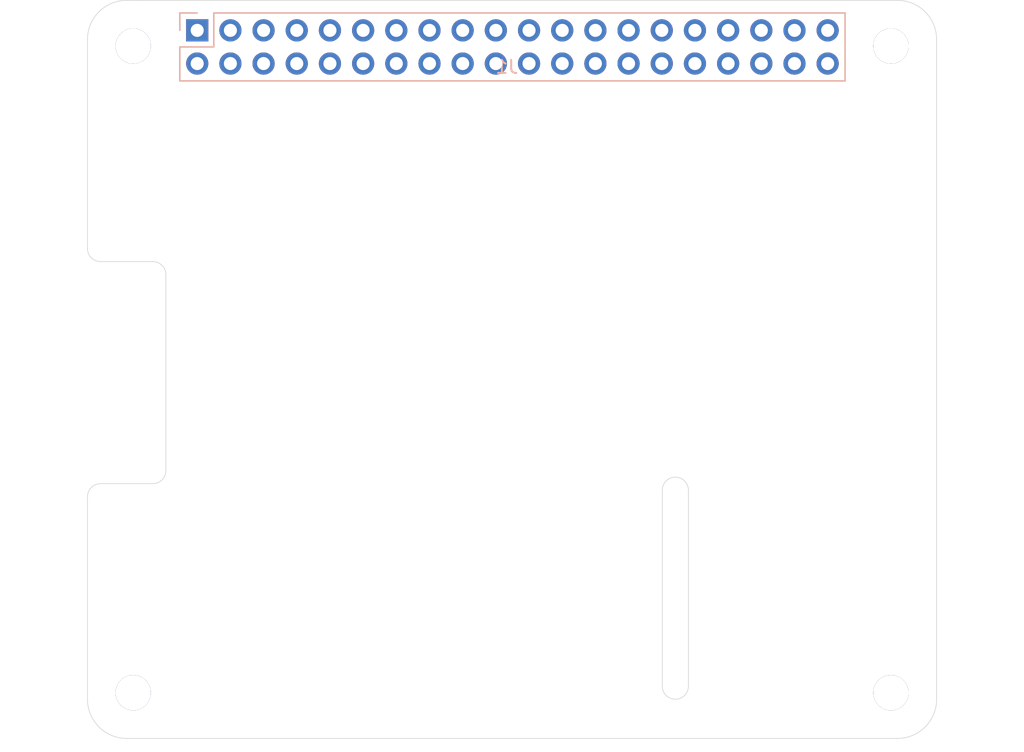
<source format=kicad_pcb>
(kicad_pcb (version 20171130) (host pcbnew 5.1.4+dfsg1-1)

  (general
    (thickness 1.6)
    (drawings 22)
    (tracks 0)
    (zones 0)
    (modules 5)
    (nets 41)
  )

  (page A4)
  (layers
    (0 F.Cu signal)
    (31 B.Cu signal)
    (32 B.Adhes user)
    (33 F.Adhes user)
    (34 B.Paste user)
    (35 F.Paste user)
    (36 B.SilkS user)
    (37 F.SilkS user)
    (38 B.Mask user)
    (39 F.Mask user)
    (40 Dwgs.User user)
    (41 Cmts.User user)
    (42 Eco1.User user)
    (43 Eco2.User user)
    (44 Edge.Cuts user)
    (45 Margin user)
    (46 B.CrtYd user)
    (47 F.CrtYd user)
    (48 B.Fab user)
    (49 F.Fab user)
  )

  (setup
    (last_trace_width 0.25)
    (trace_clearance 0.2)
    (zone_clearance 0.508)
    (zone_45_only no)
    (trace_min 0.2)
    (via_size 0.8)
    (via_drill 0.4)
    (via_min_size 0.4)
    (via_min_drill 0.3)
    (uvia_size 0.3)
    (uvia_drill 0.1)
    (uvias_allowed no)
    (uvia_min_size 0.2)
    (uvia_min_drill 0.1)
    (edge_width 0.05)
    (segment_width 0.2)
    (pcb_text_width 0.3)
    (pcb_text_size 1.5 1.5)
    (mod_edge_width 0.12)
    (mod_text_size 1 1)
    (mod_text_width 0.15)
    (pad_size 1.524 1.524)
    (pad_drill 0.762)
    (pad_to_mask_clearance 0.051)
    (solder_mask_min_width 0.25)
    (aux_axis_origin 0 0)
    (visible_elements FFFFFF7F)
    (pcbplotparams
      (layerselection 0x010fc_ffffffff)
      (usegerberextensions false)
      (usegerberattributes false)
      (usegerberadvancedattributes false)
      (creategerberjobfile false)
      (excludeedgelayer true)
      (linewidth 0.100000)
      (plotframeref false)
      (viasonmask false)
      (mode 1)
      (useauxorigin false)
      (hpglpennumber 1)
      (hpglpenspeed 20)
      (hpglpendiameter 15.000000)
      (psnegative false)
      (psa4output false)
      (plotreference true)
      (plotvalue true)
      (plotinvisibletext false)
      (padsonsilk false)
      (subtractmaskfromsilk false)
      (outputformat 1)
      (mirror false)
      (drillshape 1)
      (scaleselection 1)
      (outputdirectory ""))
  )

  (net 0 "")
  (net 1 "Net-(J1-Pad1)")
  (net 2 "Net-(J1-Pad2)")
  (net 3 "Net-(J1-Pad3)")
  (net 4 "Net-(J1-Pad4)")
  (net 5 "Net-(J1-Pad5)")
  (net 6 "Net-(J1-Pad6)")
  (net 7 "Net-(J1-Pad7)")
  (net 8 "Net-(J1-Pad8)")
  (net 9 "Net-(J1-Pad9)")
  (net 10 "Net-(J1-Pad10)")
  (net 11 "Net-(J1-Pad11)")
  (net 12 "Net-(J1-Pad12)")
  (net 13 "Net-(J1-Pad13)")
  (net 14 "Net-(J1-Pad14)")
  (net 15 "Net-(J1-Pad15)")
  (net 16 "Net-(J1-Pad16)")
  (net 17 "Net-(J1-Pad17)")
  (net 18 "Net-(J1-Pad18)")
  (net 19 "Net-(J1-Pad19)")
  (net 20 "Net-(J1-Pad20)")
  (net 21 "Net-(J1-Pad21)")
  (net 22 "Net-(J1-Pad22)")
  (net 23 "Net-(J1-Pad23)")
  (net 24 "Net-(J1-Pad24)")
  (net 25 "Net-(J1-Pad25)")
  (net 26 "Net-(J1-Pad26)")
  (net 27 "Net-(J1-Pad27)")
  (net 28 "Net-(J1-Pad28)")
  (net 29 "Net-(J1-Pad29)")
  (net 30 "Net-(J1-Pad30)")
  (net 31 "Net-(J1-Pad31)")
  (net 32 "Net-(J1-Pad32)")
  (net 33 "Net-(J1-Pad33)")
  (net 34 "Net-(J1-Pad34)")
  (net 35 "Net-(J1-Pad35)")
  (net 36 "Net-(J1-Pad36)")
  (net 37 "Net-(J1-Pad37)")
  (net 38 "Net-(J1-Pad38)")
  (net 39 "Net-(J1-Pad39)")
  (net 40 "Net-(J1-Pad40)")

  (net_class Default "This is the default net class."
    (clearance 0.2)
    (trace_width 0.25)
    (via_dia 0.8)
    (via_drill 0.4)
    (uvia_dia 0.3)
    (uvia_drill 0.1)
    (add_net "Net-(J1-Pad1)")
    (add_net "Net-(J1-Pad10)")
    (add_net "Net-(J1-Pad11)")
    (add_net "Net-(J1-Pad12)")
    (add_net "Net-(J1-Pad13)")
    (add_net "Net-(J1-Pad14)")
    (add_net "Net-(J1-Pad15)")
    (add_net "Net-(J1-Pad16)")
    (add_net "Net-(J1-Pad17)")
    (add_net "Net-(J1-Pad18)")
    (add_net "Net-(J1-Pad19)")
    (add_net "Net-(J1-Pad2)")
    (add_net "Net-(J1-Pad20)")
    (add_net "Net-(J1-Pad21)")
    (add_net "Net-(J1-Pad22)")
    (add_net "Net-(J1-Pad23)")
    (add_net "Net-(J1-Pad24)")
    (add_net "Net-(J1-Pad25)")
    (add_net "Net-(J1-Pad26)")
    (add_net "Net-(J1-Pad27)")
    (add_net "Net-(J1-Pad28)")
    (add_net "Net-(J1-Pad29)")
    (add_net "Net-(J1-Pad3)")
    (add_net "Net-(J1-Pad30)")
    (add_net "Net-(J1-Pad31)")
    (add_net "Net-(J1-Pad32)")
    (add_net "Net-(J1-Pad33)")
    (add_net "Net-(J1-Pad34)")
    (add_net "Net-(J1-Pad35)")
    (add_net "Net-(J1-Pad36)")
    (add_net "Net-(J1-Pad37)")
    (add_net "Net-(J1-Pad38)")
    (add_net "Net-(J1-Pad39)")
    (add_net "Net-(J1-Pad4)")
    (add_net "Net-(J1-Pad40)")
    (add_net "Net-(J1-Pad5)")
    (add_net "Net-(J1-Pad6)")
    (add_net "Net-(J1-Pad7)")
    (add_net "Net-(J1-Pad8)")
    (add_net "Net-(J1-Pad9)")
  )

  (module pihat:ESQ-120-14-T-D (layer B.Cu) (tedit 59FED5CC) (tstamp 5DA4BBAF)
    (at 85.4 57.8 270)
    (descr "Through hole straight pin header, 2x20, 2.54mm pitch, double rows")
    (tags "Through hole pin header THT 2x20 2.54mm double row")
    (path /5DA44012)
    (fp_text reference J1 (at 2.8 -23.7) (layer B.SilkS)
      (effects (font (size 1 1) (thickness 0.15)) (justify mirror))
    )
    (fp_text value Raspberry_Pi_2_3 (at 5.8 -24.2 180) (layer B.Fab)
      (effects (font (size 1 1) (thickness 0.15)) (justify mirror))
    )
    (fp_text user %R (at 0 0) (layer B.Fab)
      (effects (font (size 1 1) (thickness 0.15)) (justify mirror))
    )
    (fp_line (start 4.35 1.8) (end -1.8 1.8) (layer B.CrtYd) (width 0.05))
    (fp_line (start 4.35 -50.05) (end 4.35 1.8) (layer B.CrtYd) (width 0.05))
    (fp_line (start -1.8 -50.05) (end 4.35 -50.05) (layer B.CrtYd) (width 0.05))
    (fp_line (start -1.8 1.8) (end -1.8 -50.05) (layer B.CrtYd) (width 0.05))
    (fp_line (start -1.33 1.33) (end 0 1.33) (layer B.SilkS) (width 0.12))
    (fp_line (start -1.33 0) (end -1.33 1.33) (layer B.SilkS) (width 0.12))
    (fp_line (start 1.27 1.33) (end 3.87 1.33) (layer B.SilkS) (width 0.12))
    (fp_line (start 1.27 -1.27) (end 1.27 1.33) (layer B.SilkS) (width 0.12))
    (fp_line (start -1.33 -1.27) (end 1.27 -1.27) (layer B.SilkS) (width 0.12))
    (fp_line (start 3.87 1.33) (end 3.87 -49.59) (layer B.SilkS) (width 0.12))
    (fp_line (start -1.33 -1.27) (end -1.33 -49.59) (layer B.SilkS) (width 0.12))
    (fp_line (start -1.33 -49.59) (end 3.87 -49.59) (layer B.SilkS) (width 0.12))
    (fp_line (start -1.27 0) (end 0 1.27) (layer B.Fab) (width 0.1))
    (fp_line (start -1.27 -49.53) (end -1.27 0) (layer B.Fab) (width 0.1))
    (fp_line (start 3.81 -49.53) (end -1.27 -49.53) (layer B.Fab) (width 0.1))
    (fp_line (start 3.81 1.27) (end 3.81 -49.53) (layer B.Fab) (width 0.1))
    (fp_line (start 0 1.27) (end 3.81 1.27) (layer B.Fab) (width 0.1))
    (pad 40 thru_hole oval (at 2.54 -48.26 270) (size 1.7 1.7) (drill 1) (layers *.Cu *.Mask)
      (net 40 "Net-(J1-Pad40)"))
    (pad 39 thru_hole oval (at 0 -48.26 270) (size 1.7 1.7) (drill 1) (layers *.Cu *.Mask)
      (net 39 "Net-(J1-Pad39)"))
    (pad 38 thru_hole oval (at 2.54 -45.72 270) (size 1.7 1.7) (drill 1) (layers *.Cu *.Mask)
      (net 38 "Net-(J1-Pad38)"))
    (pad 37 thru_hole oval (at 0 -45.72 270) (size 1.7 1.7) (drill 1) (layers *.Cu *.Mask)
      (net 37 "Net-(J1-Pad37)"))
    (pad 36 thru_hole oval (at 2.54 -43.18 270) (size 1.7 1.7) (drill 1) (layers *.Cu *.Mask)
      (net 36 "Net-(J1-Pad36)"))
    (pad 35 thru_hole oval (at 0 -43.18 270) (size 1.7 1.7) (drill 1) (layers *.Cu *.Mask)
      (net 35 "Net-(J1-Pad35)"))
    (pad 34 thru_hole oval (at 2.54 -40.64 270) (size 1.7 1.7) (drill 1) (layers *.Cu *.Mask)
      (net 34 "Net-(J1-Pad34)"))
    (pad 33 thru_hole oval (at 0 -40.64 270) (size 1.7 1.7) (drill 1) (layers *.Cu *.Mask)
      (net 33 "Net-(J1-Pad33)"))
    (pad 32 thru_hole oval (at 2.54 -38.1 270) (size 1.7 1.7) (drill 1) (layers *.Cu *.Mask)
      (net 32 "Net-(J1-Pad32)"))
    (pad 31 thru_hole oval (at 0 -38.1 270) (size 1.7 1.7) (drill 1) (layers *.Cu *.Mask)
      (net 31 "Net-(J1-Pad31)"))
    (pad 30 thru_hole oval (at 2.54 -35.56 270) (size 1.7 1.7) (drill 1) (layers *.Cu *.Mask)
      (net 30 "Net-(J1-Pad30)"))
    (pad 29 thru_hole oval (at 0 -35.56 270) (size 1.7 1.7) (drill 1) (layers *.Cu *.Mask)
      (net 29 "Net-(J1-Pad29)"))
    (pad 28 thru_hole oval (at 2.54 -33.02 270) (size 1.7 1.7) (drill 1) (layers *.Cu *.Mask)
      (net 28 "Net-(J1-Pad28)"))
    (pad 27 thru_hole oval (at 0 -33.02 270) (size 1.7 1.7) (drill 1) (layers *.Cu *.Mask)
      (net 27 "Net-(J1-Pad27)"))
    (pad 26 thru_hole oval (at 2.54 -30.48 270) (size 1.7 1.7) (drill 1) (layers *.Cu *.Mask)
      (net 26 "Net-(J1-Pad26)"))
    (pad 25 thru_hole oval (at 0 -30.48 270) (size 1.7 1.7) (drill 1) (layers *.Cu *.Mask)
      (net 25 "Net-(J1-Pad25)"))
    (pad 24 thru_hole oval (at 2.54 -27.94 270) (size 1.7 1.7) (drill 1) (layers *.Cu *.Mask)
      (net 24 "Net-(J1-Pad24)"))
    (pad 23 thru_hole oval (at 0 -27.94 270) (size 1.7 1.7) (drill 1) (layers *.Cu *.Mask)
      (net 23 "Net-(J1-Pad23)"))
    (pad 22 thru_hole oval (at 2.54 -25.4 270) (size 1.7 1.7) (drill 1) (layers *.Cu *.Mask)
      (net 22 "Net-(J1-Pad22)"))
    (pad 21 thru_hole oval (at 0 -25.4 270) (size 1.7 1.7) (drill 1) (layers *.Cu *.Mask)
      (net 21 "Net-(J1-Pad21)"))
    (pad 20 thru_hole oval (at 2.54 -22.86 270) (size 1.7 1.7) (drill 1) (layers *.Cu *.Mask)
      (net 20 "Net-(J1-Pad20)"))
    (pad 19 thru_hole oval (at 0 -22.86 270) (size 1.7 1.7) (drill 1) (layers *.Cu *.Mask)
      (net 19 "Net-(J1-Pad19)"))
    (pad 18 thru_hole oval (at 2.54 -20.32 270) (size 1.7 1.7) (drill 1) (layers *.Cu *.Mask)
      (net 18 "Net-(J1-Pad18)"))
    (pad 17 thru_hole oval (at 0 -20.32 270) (size 1.7 1.7) (drill 1) (layers *.Cu *.Mask)
      (net 17 "Net-(J1-Pad17)"))
    (pad 16 thru_hole oval (at 2.54 -17.78 270) (size 1.7 1.7) (drill 1) (layers *.Cu *.Mask)
      (net 16 "Net-(J1-Pad16)"))
    (pad 15 thru_hole oval (at 0 -17.78 270) (size 1.7 1.7) (drill 1) (layers *.Cu *.Mask)
      (net 15 "Net-(J1-Pad15)"))
    (pad 14 thru_hole oval (at 2.54 -15.24 270) (size 1.7 1.7) (drill 1) (layers *.Cu *.Mask)
      (net 14 "Net-(J1-Pad14)"))
    (pad 13 thru_hole oval (at 0 -15.24 270) (size 1.7 1.7) (drill 1) (layers *.Cu *.Mask)
      (net 13 "Net-(J1-Pad13)"))
    (pad 12 thru_hole oval (at 2.54 -12.7 270) (size 1.7 1.7) (drill 1) (layers *.Cu *.Mask)
      (net 12 "Net-(J1-Pad12)"))
    (pad 11 thru_hole oval (at 0 -12.7 270) (size 1.7 1.7) (drill 1) (layers *.Cu *.Mask)
      (net 11 "Net-(J1-Pad11)"))
    (pad 10 thru_hole oval (at 2.54 -10.16 270) (size 1.7 1.7) (drill 1) (layers *.Cu *.Mask)
      (net 10 "Net-(J1-Pad10)"))
    (pad 9 thru_hole oval (at 0 -10.16 270) (size 1.7 1.7) (drill 1) (layers *.Cu *.Mask)
      (net 9 "Net-(J1-Pad9)"))
    (pad 8 thru_hole oval (at 2.54 -7.62 270) (size 1.7 1.7) (drill 1) (layers *.Cu *.Mask)
      (net 8 "Net-(J1-Pad8)"))
    (pad 7 thru_hole oval (at 0 -7.62 270) (size 1.7 1.7) (drill 1) (layers *.Cu *.Mask)
      (net 7 "Net-(J1-Pad7)"))
    (pad 6 thru_hole oval (at 2.54 -5.08 270) (size 1.7 1.7) (drill 1) (layers *.Cu *.Mask)
      (net 6 "Net-(J1-Pad6)"))
    (pad 5 thru_hole oval (at 0 -5.08 270) (size 1.7 1.7) (drill 1) (layers *.Cu *.Mask)
      (net 5 "Net-(J1-Pad5)"))
    (pad 4 thru_hole oval (at 2.54 -2.54 270) (size 1.7 1.7) (drill 1) (layers *.Cu *.Mask)
      (net 4 "Net-(J1-Pad4)"))
    (pad 3 thru_hole oval (at 0 -2.54 270) (size 1.7 1.7) (drill 1) (layers *.Cu *.Mask)
      (net 3 "Net-(J1-Pad3)"))
    (pad 2 thru_hole oval (at 2.54 0 270) (size 1.7 1.7) (drill 1) (layers *.Cu *.Mask)
      (net 2 "Net-(J1-Pad2)"))
    (pad 1 thru_hole rect (at 0 0 270) (size 1.7 1.7) (drill 1) (layers *.Cu *.Mask)
      (net 1 "Net-(J1-Pad1)"))
    (model ${KISYS3DMOD}/Connector_PinSocket_2.54mm.3dshapes/PinSocket_2x20_P2.54mm_Vertical.wrl
      (offset (xyz 2.5 0 0))
      (scale (xyz 1 1 1))
      (rotate (xyz 0 0 0))
    )
  )

  (module MountingHole:MountingHole_2.7mm_M2.5 (layer F.Cu) (tedit 5DA443E0) (tstamp 5DA496BD)
    (at 138.5 108.5)
    (descr "Mounting Hole 2.7mm, no annular, M2.5")
    (tags "mounting hole 2.7mm no annular m2.5")
    (attr virtual)
    (fp_text reference REF** (at 0 -3.7) (layer F.SilkS) hide
      (effects (font (size 1 1) (thickness 0.15)))
    )
    (fp_text value MountingHole_2.7mm_M2.5 (at 0 3.7) (layer F.Fab)
      (effects (font (size 1 1) (thickness 0.15)))
    )
    (fp_circle (center 0 0) (end 3.1 0) (layer F.CrtYd) (width 0.05))
    (fp_circle (center 0 0) (end 2.7 0) (layer Cmts.User) (width 0.15))
    (fp_text user %R (at 0.3 0) (layer F.Fab)
      (effects (font (size 1 1) (thickness 0.15)))
    )
    (pad 1 thru_hole circle (at 0 0) (size 2.7 2.7) (drill 2.7) (layers *.Cu *.Mask))
  )

  (module MountingHole:MountingHole_2.7mm_M2.5 (layer F.Cu) (tedit 5DA443E0) (tstamp 5DA496F5)
    (at 138.5 59)
    (descr "Mounting Hole 2.7mm, no annular, M2.5")
    (tags "mounting hole 2.7mm no annular m2.5")
    (attr virtual)
    (fp_text reference REF** (at 0 -3.7) (layer F.SilkS) hide
      (effects (font (size 1 1) (thickness 0.15)))
    )
    (fp_text value MountingHole_2.7mm_M2.5 (at 0 3.7) (layer F.Fab)
      (effects (font (size 1 1) (thickness 0.15)))
    )
    (fp_circle (center 0 0) (end 3.1 0) (layer F.CrtYd) (width 0.05))
    (fp_circle (center 0 0) (end 2.7 0) (layer Cmts.User) (width 0.15))
    (fp_text user %R (at 0.3 0) (layer F.Fab)
      (effects (font (size 1 1) (thickness 0.15)))
    )
    (pad 1 thru_hole circle (at 0 0) (size 2.7 2.7) (drill 2.7) (layers *.Cu *.Mask))
  )

  (module MountingHole:MountingHole_2.7mm_M2.5 (layer F.Cu) (tedit 5DA443E0) (tstamp 5DA496BD)
    (at 80.5 59)
    (descr "Mounting Hole 2.7mm, no annular, M2.5")
    (tags "mounting hole 2.7mm no annular m2.5")
    (attr virtual)
    (fp_text reference REF** (at 0 -3.7) (layer F.SilkS) hide
      (effects (font (size 1 1) (thickness 0.15)))
    )
    (fp_text value MountingHole_2.7mm_M2.5 (at 0 3.7) (layer F.Fab)
      (effects (font (size 1 1) (thickness 0.15)))
    )
    (fp_circle (center 0 0) (end 3.1 0) (layer F.CrtYd) (width 0.05))
    (fp_circle (center 0 0) (end 2.7 0) (layer Cmts.User) (width 0.15))
    (fp_text user %R (at 0.3 0) (layer F.Fab)
      (effects (font (size 1 1) (thickness 0.15)))
    )
    (pad 1 thru_hole circle (at 0 0) (size 2.7 2.7) (drill 2.7) (layers *.Cu *.Mask))
  )

  (module MountingHole:MountingHole_2.7mm_M2.5 (layer F.Cu) (tedit 5DA443E0) (tstamp 5DA495E9)
    (at 80.5 108.5)
    (descr "Mounting Hole 2.7mm, no annular, M2.5")
    (tags "mounting hole 2.7mm no annular m2.5")
    (attr virtual)
    (fp_text reference REF** (at -1.3 6.1 180) (layer F.SilkS) hide
      (effects (font (size 1 1) (thickness 0.15)))
    )
    (fp_text value MountingHole_2.7mm_M2.5 (at 0 3.7) (layer F.Fab)
      (effects (font (size 1 1) (thickness 0.15)))
    )
    (fp_text user %R (at 0.3 0) (layer F.Fab)
      (effects (font (size 1 1) (thickness 0.15)))
    )
    (fp_circle (center 0 0) (end 2.7 0) (layer Cmts.User) (width 0.15))
    (fp_circle (center 0 0) (end 3.1 0) (layer F.CrtYd) (width 0.05))
    (pad 1 thru_hole circle (at 0 0) (size 2.7 2.7) (drill 2.7) (layers *.Cu *.Mask))
  )

  (gr_line (start 80 55.5) (end 81 55.5) (layer Edge.Cuts) (width 0.05) (tstamp 5DA49A94))
  (gr_line (start 80 112) (end 81 112) (layer Edge.Cuts) (width 0.05) (tstamp 5DA49A93))
  (gr_line (start 77 74.5) (end 77 58.5) (layer Edge.Cuts) (width 0.05) (tstamp 5DA49271))
  (gr_arc (start 122 93) (end 123 93) (angle -180) (layer Edge.Cuts) (width 0.05) (tstamp 5DA4928D))
  (gr_line (start 121 108) (end 121 93) (layer Edge.Cuts) (width 0.05) (tstamp 5DA49287))
  (gr_line (start 123 108) (end 123 93) (layer Edge.Cuts) (width 0.05) (tstamp 5DA4928A))
  (gr_arc (start 122 108) (end 121 108) (angle -180) (layer Edge.Cuts) (width 0.05) (tstamp 5DA49284))
  (gr_line (start 142 109) (end 142 58.5) (layer Edge.Cuts) (width 0.05) (tstamp 5DA49273))
  (gr_line (start 77 109) (end 77 93.5) (layer Edge.Cuts) (width 0.05) (tstamp 5DA49272))
  (gr_arc (start 78 74.5) (end 77 74.5) (angle -90) (layer Edge.Cuts) (width 0.05))
  (gr_line (start 78 75.5) (end 82 75.5) (layer Edge.Cuts) (width 0.05) (tstamp 5DA49252))
  (gr_arc (start 82 76.5) (end 83 76.5) (angle -90) (layer Edge.Cuts) (width 0.05))
  (gr_line (start 83 91.5) (end 83 76.5) (layer Edge.Cuts) (width 0.05))
  (gr_arc (start 82 91.5) (end 82 92.5) (angle -90) (layer Edge.Cuts) (width 0.05))
  (gr_line (start 78 92.5) (end 82 92.5) (layer Edge.Cuts) (width 0.05))
  (gr_arc (start 78 93.5) (end 78 92.5) (angle -90) (layer Edge.Cuts) (width 0.05))
  (gr_arc (start 80 58.5) (end 80 55.5) (angle -90) (layer Edge.Cuts) (width 0.05) (tstamp 5DA49269))
  (gr_arc (start 80 109) (end 77 109) (angle -90) (layer Edge.Cuts) (width 0.05))
  (gr_line (start 81 112) (end 139 112) (layer Edge.Cuts) (width 0.05) (tstamp 5DA49232))
  (gr_arc (start 139 109) (end 139 112) (angle -90) (layer Edge.Cuts) (width 0.05))
  (gr_arc (start 139 58.5) (end 142 58.5) (angle -90) (layer Edge.Cuts) (width 0.05) (tstamp 5DA49266))
  (gr_line (start 81 55.5) (end 139 55.5) (layer Edge.Cuts) (width 0.05) (tstamp 5DA49263))

)

</source>
